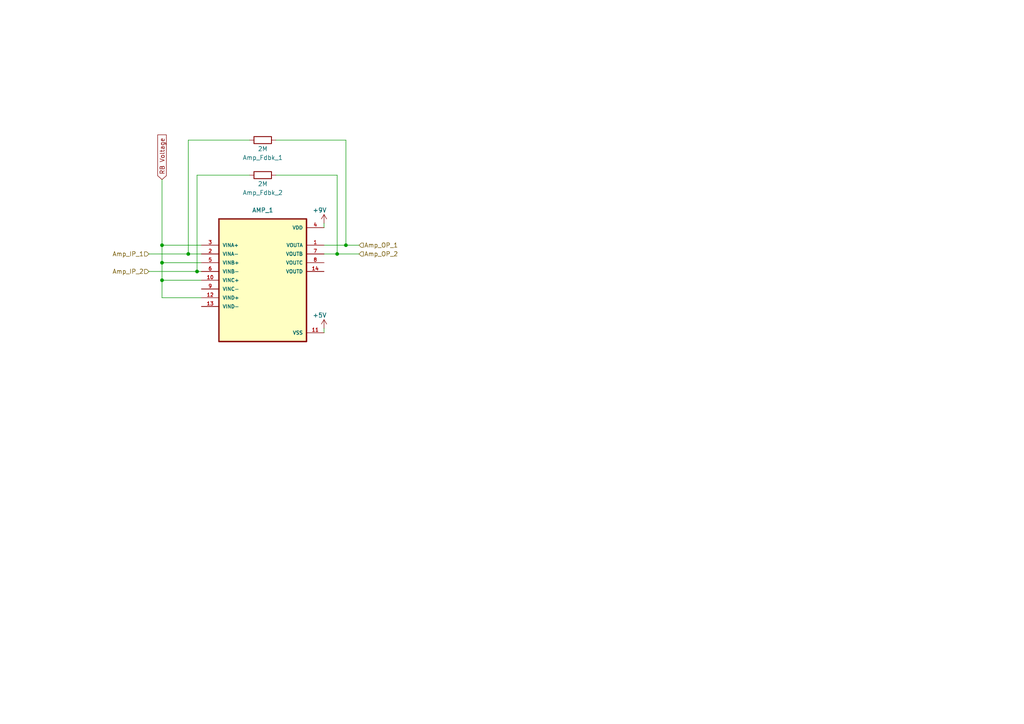
<source format=kicad_sch>
(kicad_sch (version 20211123) (generator eeschema)
  (paper "A4")
  (lib_symbols
    (symbol "Device:R" (pin_numbers hide) (pin_names (offset 0))
      (property "Reference" "R" (at 2.032 0 90))
      (property "Value" "R" (at 0 0 90))
      (symbol "R_0_1"
        (rectangle (start -1.016 -2.54) (end 1.016 2.54) (stroke (width 0.254)))
      )
      (symbol "R_1_1"
        (pin passive line (at 0 3.81 270) (length 1.27) (name "~") (number "1"))
        (pin passive line (at 0 -3.81 90) (length 1.27) (name "~") (number "2"))
      )
    )
    (symbol "Op-Amp:MCP619-I{brace}slash}SL" (pin_names (offset 1.016))
      (property "Reference" "U" (at -12.7 18.7706 0))
      (property "Value" "MCP619-I{brace}slash}SL" (at -12.7 -21.7678 0))
      (symbol "MCP619-I{brace}slash}SL_0_0"
        (rectangle (start -12.7 -17.78) (end 12.7 17.78) (stroke (width 0.4064)) (fill (type background)))
        (pin output line (at 17.78 10.16 180) (length 5.08) (name "VOUTA") (number "1"))
        (pin input line (at -17.78 0 0) (length 5.08) (name "VINC+") (number "10"))
        (pin power_in line (at 17.78 -15.24 180) (length 5.08) (name "VSS") (number "11"))
        (pin input line (at -17.78 -5.08 0) (length 5.08) (name "VIND+") (number "12"))
        (pin input line (at -17.78 -7.62 0) (length 5.08) (name "VIND-") (number "13"))
        (pin output line (at 17.78 2.54 180) (length 5.08) (name "VOUTD") (number "14"))
        (pin input line (at -17.78 7.62 0) (length 5.08) (name "VINA-") (number "2"))
        (pin input line (at -17.78 10.16 0) (length 5.08) (name "VINA+") (number "3"))
        (pin power_in line (at 17.78 15.24 180) (length 5.08) (name "VDD") (number "4"))
        (pin input line (at -17.78 5.08 0) (length 5.08) (name "VINB+") (number "5"))
        (pin input line (at -17.78 2.54 0) (length 5.08) (name "VINB-") (number "6"))
        (pin output line (at 17.78 7.62 180) (length 5.08) (name "VOUTB") (number "7"))
        (pin output line (at 17.78 5.08 180) (length 5.08) (name "VOUTC") (number "8"))
        (pin input line (at -17.78 -2.54 0) (length 5.08) (name "VINC-") (number "9"))
      )
    )
    (symbol "power:+5V" (power) (pin_names (offset 0))
      (property "Value" "+5V" (at 0 3.556 0))
      (symbol "+5V_0_1"
        (polyline (pts (xy -0.762 1.27) (xy 0 2.54)))
        (polyline (pts (xy 0 0) (xy 0 2.54)))
        (polyline (pts (xy 0 2.54) (xy 0.762 1.27)))
      )
      (symbol "+5V_1_1"
        (pin power_in line (at 0 0 90) (length 0) hide (name "+5V") (number "1"))
      )
    )
    (symbol "power:+9V" (power) (pin_names (offset 0))
      (property "Value" "+9V" (at 0 3.556 0))
      (symbol "+9V_0_1"
        (polyline (pts (xy -0.762 1.27) (xy 0 2.54)))
        (polyline (pts (xy 0 0) (xy 0 2.54)))
        (polyline (pts (xy 0 2.54) (xy 0.762 1.27)))
      )
      (symbol "+9V_1_1"
        (pin power_in line (at 0 0 90) (length 0) hide (name "+9V") (number "1"))
      )
    )
  )
  (junction (at 57.15 78.74))
  (junction (at 54.61 73.66))
  (junction (at 46.99 76.2))
  (junction (at 46.99 81.28))
  (junction (at 46.99 71.12))
  (junction (at 100.33 71.12))
  (junction (at 97.79 73.66))
  (wire (pts (xy 57.15 50.8) (xy 57.15 78.74)))
  (wire (pts (xy 43.18 78.74) (xy 57.15 78.74)))
  (wire (pts (xy 46.99 52.07) (xy 46.99 71.12)))
  (wire (pts (xy 54.61 73.66) (xy 58.42 73.66)))
  (wire (pts (xy 58.42 81.28) (xy 46.99 81.28)))
  (wire (pts (xy 43.18 73.66) (xy 54.61 73.66)))
  (wire (pts (xy 93.98 71.12) (xy 100.33 71.12)))
  (wire (pts (xy 57.15 78.74) (xy 58.42 78.74)))
  (wire (pts (xy 46.99 76.2) (xy 58.42 76.2)))
  (wire (pts (xy 46.99 71.12) (xy 58.42 71.12)))
  (wire (pts (xy 80.01 50.8) (xy 97.79 50.8)))
  (wire (pts (xy 58.42 86.36) (xy 46.99 86.36)))
  (wire (pts (xy 100.33 71.12) (xy 104.14 71.12)))
  (wire (pts (xy 93.98 66.04) (xy 93.98 64.77)))
  (wire (pts (xy 72.39 50.8) (xy 57.15 50.8)))
  (wire (pts (xy 80.01 40.64) (xy 100.33 40.64)))
  (wire (pts (xy 54.61 73.66) (xy 54.61 40.64)))
  (wire (pts (xy 100.33 40.64) (xy 100.33 71.12)))
  (wire (pts (xy 93.98 73.66) (xy 97.79 73.66)))
  (wire (pts (xy 46.99 71.12) (xy 46.99 76.2)))
  (wire (pts (xy 46.99 81.28) (xy 46.99 76.2)))
  (wire (pts (xy 93.98 96.52) (xy 93.98 95.25)))
  (wire (pts (xy 46.99 86.36) (xy 46.99 81.28)))
  (wire (pts (xy 97.79 73.66) (xy 104.14 73.66)))
  (wire (pts (xy 97.79 50.8) (xy 97.79 73.66)))
  (wire (pts (xy 54.61 40.64) (xy 72.39 40.64)))
  (global_label "RB Voltage" (shape input) (at 46.99 52.07 90) (property "Intersheet References" "${INTERSHEET_REFS}" (effects hide)))
  (hierarchical_label "Amp_IP_1" (shape input) (at 43.18 73.66 180))
  (hierarchical_label "Amp_IP_2" (shape input) (at 43.18 78.74 180))
  (hierarchical_label "Amp_OP_1" (shape input) (at 104.14 71.12 0))
  (hierarchical_label "Amp_OP_2" (shape input) (at 104.14 73.66 0))
  (symbol (lib_id "Device:R") (at 76.2 50.8 90) (unit 1)
    (property "Reference" "Amp_Fdbk_2" (at 76.2 55.88 90))
    (property "Value" "2M" (at 76.2 53.34 90))
    (property "Footprint" "Resistor_THT:R_Axial_DIN0207_L6.3mm_D2.5mm_P7.62mm_Horizontal" (effects hide))
  )
  (symbol (lib_id "power:+9V") (at 93.98 64.77 0) (unit 1)
    (property "Reference" "#PWR0101" (effects hide))
    (property "Value" "+9V" (at 92.71 60.96 0))
  )
  (symbol (lib_id "Device:R") (at 76.2 40.64 90) (unit 1)
    (property "Reference" "Amp_Fdbk_1" (at 76.2 45.72 90))
    (property "Value" "2M" (at 76.2 43.18 90))
    (property "Footprint" "Resistor_THT:R_Axial_DIN0207_L6.3mm_D2.5mm_P7.62mm_Horizontal" (effects hide))
  )
  (symbol (lib_id "power:+5V") (at 93.98 95.25 0) (unit 1)
    (property "Reference" "#PWR0102" (effects hide))
    (property "Value" "+5V" (at 92.71 91.44 0))
  )
  (symbol (lib_id "Op-Amp:MCP619-I{brace}slash}SL") (at 76.2 81.28 0) (unit 1)
    (property "Reference" "AMP_1" (at 76.2 60.96 0))
    (property "Value" "MCP619-I{slash}SL" (effects hide))
    (property "Footprint" "Op-Amp:footprints" (effects hide))
  )
)
</source>
